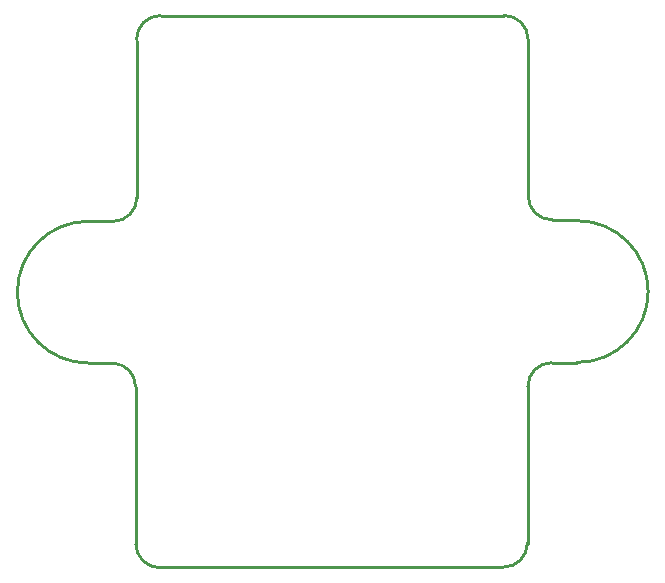
<source format=gbr>
%TF.GenerationSoftware,Altium Limited,Altium Designer,20.0.13 (296)*%
G04 Layer_Color=16711935*
%FSLAX25Y25*%
%MOIN*%
%TF.FileFunction,Other,Mechanical_1*%
%TF.Part,Single*%
G01*
G75*
%TA.AperFunction,NonConductor*%
%ADD43C,0.01000*%
D43*
X503818Y215277D02*
G03*
X511692Y223151I0J7874D01*
G01*
X519485Y283865D02*
G03*
X511611Y275991I0J-7874D01*
G01*
X642068Y276032D02*
G03*
X634194Y283906I-7874J0D01*
G01*
X642150Y223683D02*
G03*
X650024Y215809I7874J0D01*
G01*
X649929Y168146D02*
G03*
X642055Y160272I0J-7874D01*
G01*
X633961Y100031D02*
G03*
X641835Y107905I0J7874D01*
G01*
X511375Y107728D02*
G03*
X519249Y99854I7874J0D01*
G01*
X511289Y160196D02*
G03*
X503415Y168070I-7874J0D01*
G01*
X495487Y215303D02*
G03*
X495487Y168059I0J-23622D01*
G01*
X658518Y168253D02*
G03*
X658518Y215497I0J23622D01*
G01*
X650093Y215712D02*
X658266D01*
X650206Y168159D02*
X658379D01*
X495324Y168093D02*
X503498D01*
X495582Y215305D02*
X503756D01*
X642110Y223650D02*
Y276012D01*
X511304Y107841D02*
Y160204D01*
X641921Y107882D02*
Y160244D01*
X511653Y223187D02*
Y275549D01*
X519771Y283866D02*
X633945Y283866D01*
X519570Y100000D02*
X633744D01*
%TF.MD5,a471cccc4f43e4b916b5ab9720d74b75*%
M02*

</source>
